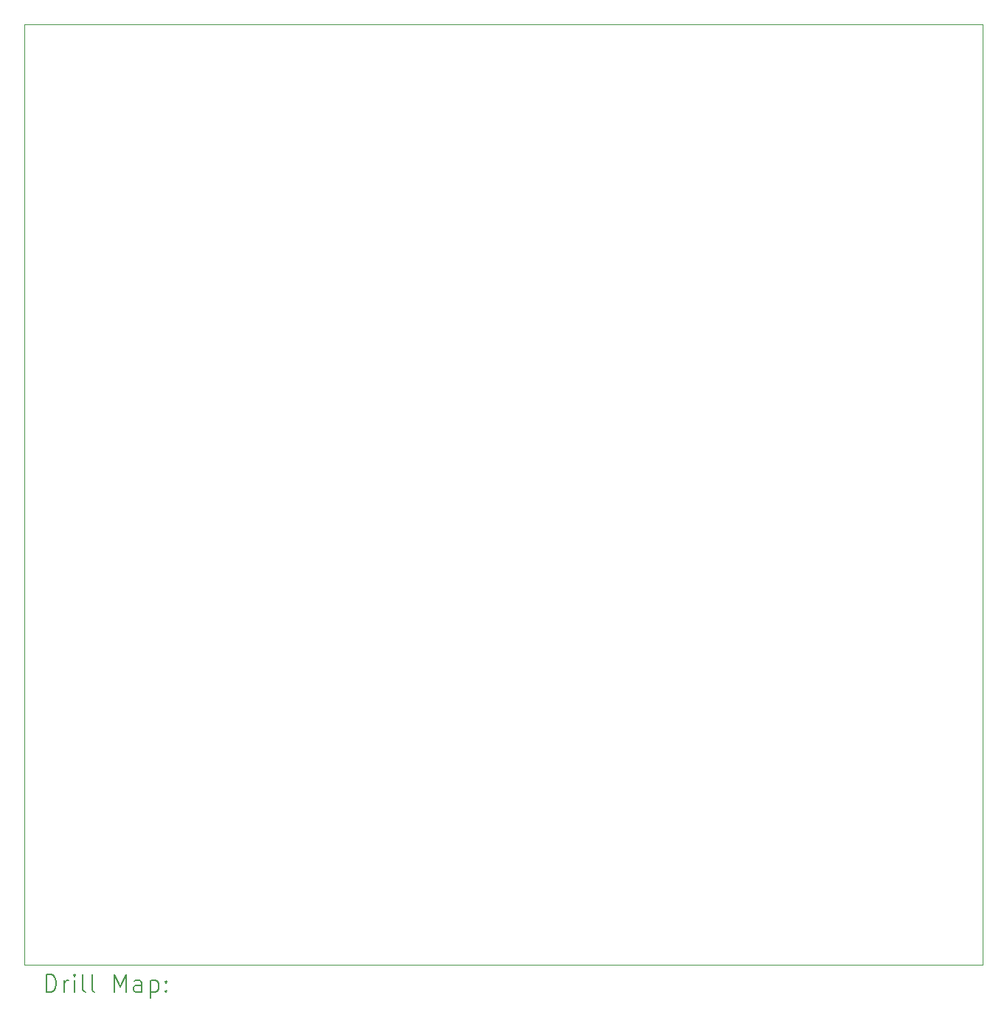
<source format=gbr>
%FSLAX45Y45*%
G04 Gerber Fmt 4.5, Leading zero omitted, Abs format (unit mm)*
G04 Created by KiCad (PCBNEW (6.0.0)) date 2022-04-06 20:06:22*
%MOMM*%
%LPD*%
G01*
G04 APERTURE LIST*
%TA.AperFunction,Profile*%
%ADD10C,0.100000*%
%TD*%
%ADD11C,0.200000*%
G04 APERTURE END LIST*
D10*
X14698420Y-15583440D02*
X14698420Y-4783440D01*
X14698420Y-15583440D02*
X3698420Y-15583440D01*
X14698420Y-4783440D02*
X3698420Y-4783440D01*
X3698420Y-15583440D02*
X3698420Y-4783440D01*
D11*
X3951039Y-15898916D02*
X3951039Y-15698916D01*
X3998658Y-15698916D01*
X4027229Y-15708440D01*
X4046277Y-15727488D01*
X4055801Y-15746535D01*
X4065325Y-15784630D01*
X4065325Y-15813202D01*
X4055801Y-15851297D01*
X4046277Y-15870345D01*
X4027229Y-15889392D01*
X3998658Y-15898916D01*
X3951039Y-15898916D01*
X4151039Y-15898916D02*
X4151039Y-15765583D01*
X4151039Y-15803678D02*
X4160563Y-15784630D01*
X4170087Y-15775107D01*
X4189134Y-15765583D01*
X4208182Y-15765583D01*
X4274849Y-15898916D02*
X4274849Y-15765583D01*
X4274849Y-15698916D02*
X4265325Y-15708440D01*
X4274849Y-15717964D01*
X4284372Y-15708440D01*
X4274849Y-15698916D01*
X4274849Y-15717964D01*
X4398658Y-15898916D02*
X4379610Y-15889392D01*
X4370087Y-15870345D01*
X4370087Y-15698916D01*
X4503420Y-15898916D02*
X4484372Y-15889392D01*
X4474849Y-15870345D01*
X4474849Y-15698916D01*
X4731991Y-15898916D02*
X4731991Y-15698916D01*
X4798658Y-15841773D01*
X4865325Y-15698916D01*
X4865325Y-15898916D01*
X5046277Y-15898916D02*
X5046277Y-15794154D01*
X5036753Y-15775107D01*
X5017706Y-15765583D01*
X4979610Y-15765583D01*
X4960563Y-15775107D01*
X5046277Y-15889392D02*
X5027230Y-15898916D01*
X4979610Y-15898916D01*
X4960563Y-15889392D01*
X4951039Y-15870345D01*
X4951039Y-15851297D01*
X4960563Y-15832249D01*
X4979610Y-15822726D01*
X5027230Y-15822726D01*
X5046277Y-15813202D01*
X5141515Y-15765583D02*
X5141515Y-15965583D01*
X5141515Y-15775107D02*
X5160563Y-15765583D01*
X5198658Y-15765583D01*
X5217706Y-15775107D01*
X5227230Y-15784630D01*
X5236753Y-15803678D01*
X5236753Y-15860821D01*
X5227230Y-15879868D01*
X5217706Y-15889392D01*
X5198658Y-15898916D01*
X5160563Y-15898916D01*
X5141515Y-15889392D01*
X5322468Y-15879868D02*
X5331991Y-15889392D01*
X5322468Y-15898916D01*
X5312944Y-15889392D01*
X5322468Y-15879868D01*
X5322468Y-15898916D01*
X5322468Y-15775107D02*
X5331991Y-15784630D01*
X5322468Y-15794154D01*
X5312944Y-15784630D01*
X5322468Y-15775107D01*
X5322468Y-15794154D01*
M02*

</source>
